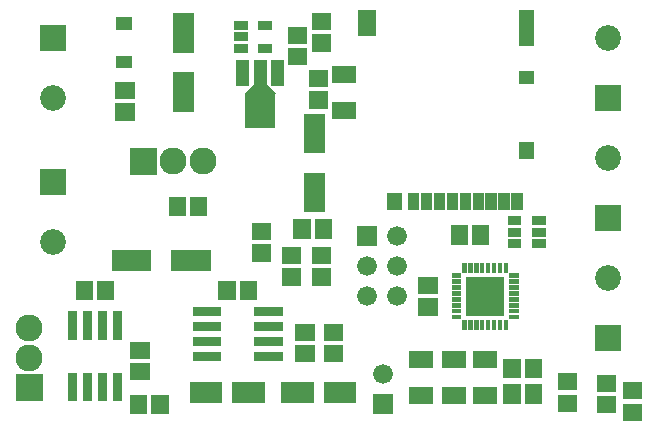
<source format=gbr>
G04 start of page 6 for group -4063 idx -4063 *
G04 Title: (unknown), componentmask *
G04 Creator: pcb 20110918 *
G04 CreationDate: Fri 20 Jun 2014 04:10:56 PM GMT UTC *
G04 For: ndholmes *
G04 Format: Gerber/RS-274X *
G04 PCB-Dimensions: 225000 140000 *
G04 PCB-Coordinate-Origin: lower left *
%MOIN*%
%FSLAX25Y25*%
%LNTOPMASK*%
%ADD68R,0.0612X0.0612*%
%ADD67R,0.0415X0.0415*%
%ADD66R,0.1005X0.1005*%
%ADD65R,0.0438X0.0438*%
%ADD64R,0.0420X0.0420*%
%ADD63R,0.0151X0.0151*%
%ADD62R,0.0494X0.0494*%
%ADD61R,0.0376X0.0376*%
%ADD60R,0.0300X0.0300*%
%ADD59R,0.0690X0.0690*%
%ADD58R,0.0572X0.0572*%
%ADD57C,0.0900*%
%ADD56C,0.0860*%
%ADD55C,0.0660*%
%ADD54C,0.0001*%
G54D54*G36*
X8000Y17500D02*Y8500D01*
X17000D01*
Y17500D01*
X8000D01*
G37*
G36*
X127200Y10800D02*Y4200D01*
X133800D01*
Y10800D01*
X127200D01*
G37*
G54D55*X130500Y17500D03*
G54D54*G36*
X121700Y66800D02*Y60200D01*
X128300D01*
Y66800D01*
X121700D01*
G37*
G54D55*X125000Y53500D03*
Y43500D03*
X135000Y63500D03*
Y53500D03*
Y43500D03*
G54D54*G36*
X201200Y113800D02*Y105200D01*
X209800D01*
Y113800D01*
X201200D01*
G37*
G54D56*X205500Y89500D03*
Y129500D03*
G54D54*G36*
X201200Y33800D02*Y25200D01*
X209800D01*
Y33800D01*
X201200D01*
G37*
G54D56*X205500Y49500D03*
G54D54*G36*
X201200Y73800D02*Y65200D01*
X209800D01*
Y73800D01*
X201200D01*
G37*
G36*
X16200Y85800D02*Y77200D01*
X24800D01*
Y85800D01*
X16200D01*
G37*
G54D56*X20500Y61500D03*
G54D54*G36*
X16200Y133800D02*Y125200D01*
X24800D01*
Y133800D01*
X16200D01*
G37*
G54D56*X20500Y109500D03*
G54D57*X70500Y88500D03*
X60500D03*
G54D54*G36*
X46000Y93000D02*Y84000D01*
X55000D01*
Y93000D01*
X46000D01*
G37*
G54D57*X12500Y33000D03*
Y23000D03*
G54D58*X49000Y7893D02*Y7107D01*
X56086Y7893D02*Y7107D01*
X49107Y18457D02*X49893D01*
G54D59*X43508Y55500D02*X49807D01*
G54D60*X27000Y16500D02*Y10000D01*
X32000Y16500D02*Y10000D01*
X37000Y16500D02*Y10000D01*
X42000Y16500D02*Y10000D01*
G54D58*X49107Y25543D02*X49893D01*
G54D60*X42000Y37000D02*Y30500D01*
X37000Y37000D02*Y30500D01*
X32000Y37000D02*Y30500D01*
X27000Y37000D02*Y30500D01*
G54D58*X38043Y45893D02*Y45107D01*
X30957Y45893D02*Y45107D01*
G54D59*X83618Y11500D02*X87554D01*
G54D60*X89000Y23500D02*X95500D01*
X89000Y28500D02*X95500D01*
X89000Y33500D02*X95500D01*
G54D59*X69446Y11500D02*X73382D01*
G54D60*X68500Y28500D02*X75000D01*
X68500Y23500D02*X75000D01*
G54D59*X63193Y55500D02*X69492D01*
G54D60*X68500Y38500D02*X75000D01*
X68500Y33500D02*X75000D01*
G54D58*X78457Y45893D02*Y45107D01*
X85543Y45893D02*Y45107D01*
X145107Y47043D02*X145893D01*
X145107Y39957D02*X145893D01*
X113607Y31586D02*X114393D01*
X113607Y24500D02*X114393D01*
X104107Y31543D02*X104893D01*
X104107Y24457D02*X104893D01*
X110500Y66393D02*Y65607D01*
X109607Y57043D02*X110393D01*
X109607Y49957D02*X110393D01*
G54D59*X99946Y11500D02*X103882D01*
X114118D02*X118054D01*
G54D58*X141819Y10595D02*X144181D01*
X141819Y22405D02*X144181D01*
G54D61*X140501Y76122D02*Y74153D01*
X144831Y76122D02*Y74153D01*
X149162Y76122D02*Y74153D01*
G54D62*X134399Y75531D02*Y74743D01*
G54D58*X173457Y19893D02*Y19107D01*
X180543Y19893D02*Y19107D01*
X163319Y22405D02*X165681D01*
X152819D02*X155181D01*
X173457Y11393D02*Y10607D01*
X163319Y10595D02*X165681D01*
X152819D02*X155181D01*
X180543Y11393D02*Y10607D01*
G54D63*X171390Y34780D02*Y33126D01*
G54D58*X191607Y7914D02*X192393D01*
X213150Y4914D02*X213936D01*
X213150Y12000D02*X213936D01*
X204607Y7457D02*X205393D01*
X204607Y14543D02*X205393D01*
X191607Y15000D02*X192393D01*
G54D63*X154126Y50390D02*X155780D01*
X161547Y53874D02*Y52220D01*
X159579Y53874D02*Y52220D01*
X157610Y53874D02*Y52220D01*
X154126Y48421D02*X155780D01*
X154126Y46453D02*X155780D01*
X154126Y44484D02*X155780D01*
X169421Y53874D02*Y52220D01*
X167453Y53874D02*Y52220D01*
X165484Y53874D02*Y52220D01*
X163516Y53874D02*Y52220D01*
G54D54*G36*
X158098Y49902D02*Y37098D01*
X170902D01*
Y49902D01*
X158098D01*
G37*
G36*
Y37098D01*
X170902D01*
Y49902D01*
X158098D01*
G37*
G54D63*X154126Y42516D02*X155780D01*
X154126Y40547D02*X155780D01*
X154126Y38579D02*X155780D01*
X154126Y36610D02*X155780D01*
X157610Y34780D02*Y33126D01*
X159579Y34780D02*Y33126D01*
X161547Y34780D02*Y33126D01*
X163516Y34780D02*Y33126D01*
X165484Y34780D02*Y33126D01*
X167453Y34780D02*Y33126D01*
X169421Y34780D02*Y33126D01*
G54D59*X64000Y134492D02*Y128193D01*
Y114807D02*Y108508D01*
G54D64*X43400Y121600D02*X44600D01*
X43400Y134500D02*X44600D01*
G54D58*X44107Y112043D02*X44893D01*
X44107Y104957D02*X44893D01*
X69043Y73893D02*Y73107D01*
X61957Y73893D02*Y73107D01*
X103414Y66393D02*Y65607D01*
X89607Y57957D02*X90393D01*
X89607Y65043D02*X90393D01*
X99564Y57043D02*X100350D01*
X99564Y49957D02*X100350D01*
G54D60*X89000Y38500D02*X95500D01*
G54D59*X107500Y81307D02*Y75008D01*
G54D58*X109607Y135043D02*X110393D01*
X109607Y127957D02*X110393D01*
X108607Y108957D02*X109393D01*
X108607Y116043D02*X109393D01*
X101607Y123457D02*X102393D01*
G54D65*X95406Y119984D02*Y115890D01*
G54D58*X101607Y130543D02*X102393D01*
G54D65*X89500Y119984D02*Y108174D01*
G54D66*Y106440D02*Y104550D01*
G54D54*G36*
X91385Y114429D02*X94649Y111165D01*
X92805Y109321D01*
X89541Y112585D01*
X91385Y114429D01*
G37*
G36*
X84351Y111165D02*X87615Y114429D01*
X89459Y112585D01*
X86195Y109321D01*
X84351Y111165D01*
G37*
G54D65*X83594Y119984D02*Y115890D01*
G54D60*X90400Y126100D02*X92000D01*
X90400Y133900D02*X92000D01*
X82200D02*X83800D01*
X82200Y130000D02*X83800D01*
X82200Y126100D02*X83800D01*
X181700Y61000D02*X183300D01*
X181700Y64900D02*X183300D01*
X181700Y68800D02*X183300D01*
X173500D02*X175100D01*
X173500Y64900D02*X175100D01*
X173500Y61000D02*X175100D01*
G54D63*X173220Y36610D02*X174874D01*
X173220Y38579D02*X174874D01*
X173220Y40547D02*X174874D01*
X173220Y42516D02*X174874D01*
X173220Y44484D02*X174874D01*
X173220Y46453D02*X174874D01*
X173220Y48421D02*X174874D01*
X173220Y50390D02*X174874D01*
X171390Y53874D02*Y52220D01*
G54D67*X177903Y116476D02*X178689D01*
G54D62*X178296Y92460D02*Y91672D01*
X178295Y136358D02*Y129270D01*
G54D58*X155957Y64393D02*Y63607D01*
X163043Y64393D02*Y63607D01*
G54D61*X153493Y76122D02*Y74153D01*
X157824Y76122D02*Y74153D01*
X162154Y76122D02*Y74153D01*
X166485Y76122D02*Y74153D01*
X170816Y76122D02*Y74153D01*
X175147Y76122D02*Y74153D01*
G54D68*X125146Y135769D02*Y133406D01*
G54D58*X116319Y105595D02*X118681D01*
X116319Y117405D02*X118681D01*
G54D59*X107500Y100992D02*Y94693D01*
M02*

</source>
